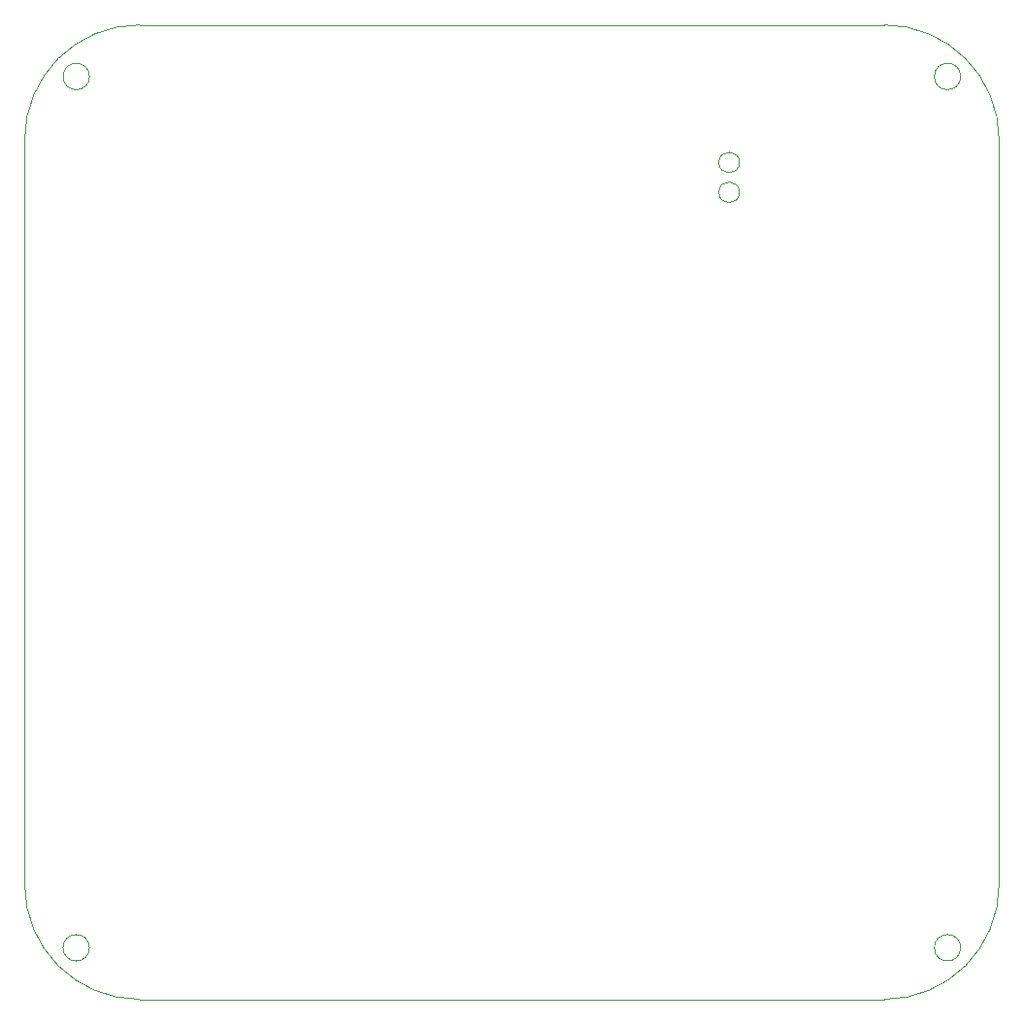
<source format=gm1>
G04 #@! TF.GenerationSoftware,KiCad,Pcbnew,(5.1.2-1)-1*
G04 #@! TF.CreationDate,2021-02-18T11:20:45-06:00*
G04 #@! TF.ProjectId,Core64 LM v0.1,436f7265-3634-4204-9c4d-2076302e312e,0.3*
G04 #@! TF.SameCoordinates,Original*
G04 #@! TF.FileFunction,Profile,NP*
%FSLAX46Y46*%
G04 Gerber Fmt 4.6, Leading zero omitted, Abs format (unit mm)*
G04 Created by KiCad (PCBNEW (5.1.2-1)-1) date 2021-02-18 11:20:45*
%MOMM*%
%LPD*%
G04 APERTURE LIST*
%ADD10C,0.050000*%
G04 APERTURE END LIST*
D10*
X19850000Y27900000D02*
G75*
G03X19850000Y27900000I-900000J0D01*
G01*
X19850000Y30500000D02*
G75*
G03X19850000Y30500000I-900000J0D01*
G01*
X-36850000Y38000000D02*
G75*
G03X-36850000Y38000000I-1150000J0D01*
G01*
X39150000Y-38000000D02*
G75*
G03X39150000Y-38000000I-1150000J0D01*
G01*
X39150000Y38000000D02*
G75*
G03X39150000Y38000000I-1150000J0D01*
G01*
X-36850000Y-38000000D02*
G75*
G03X-36850000Y-38000000I-1150000J0D01*
G01*
X42500000Y-32500000D02*
G75*
G02X32500000Y-42500000I-10000000J0D01*
G01*
X-32500000Y42500000D02*
G75*
G03X-42500000Y32500000I0J-10000000D01*
G01*
X32500000Y42500000D02*
G75*
G02X42500000Y32500000I0J-10000000D01*
G01*
X-42500000Y-32500000D02*
G75*
G03X-32500000Y-42500000I10000000J0D01*
G01*
X-32500000Y-42500000D02*
X32500000Y-42500000D01*
X42500000Y32500000D02*
X42500000Y-32500000D01*
X-42500000Y-32500000D02*
X-42500000Y32500000D01*
X-32500000Y42500000D02*
X32500000Y42500000D01*
M02*

</source>
